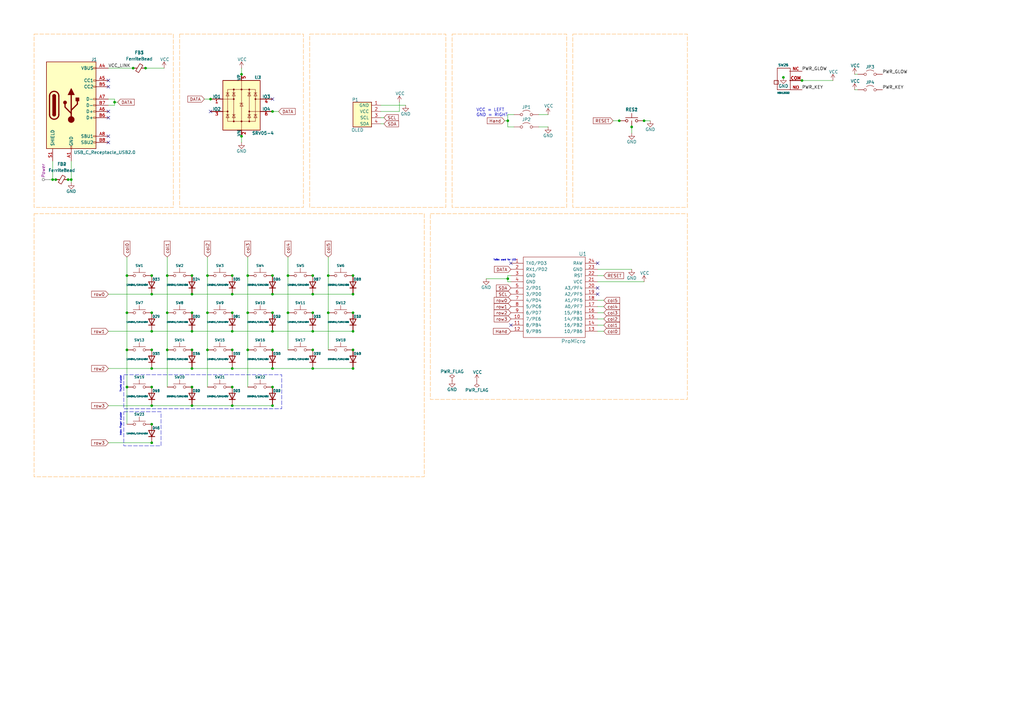
<source format=kicad_sch>
(kicad_sch (version 20231120) (generator "eeschema") (generator_version "8.0")
  (paper "A3")
  (junction (at 128.27 120.65))
  (junction (at 95.25 158.75))
  (junction (at 111.76 166.37))
  (junction (at 78.74 120.65))
  (junction (at 95.25 143.51))
  (junction (at 95.25 166.37))
  (junction (at 264.16 49.53))
  (junction (at 128.27 143.51))
  (junction (at 62.23 120.65))
  (junction (at 27.94 73.66))
  (junction (at 78.74 151.13))
  (junction (at 78.74 143.51))
  (junction (at 85.09 143.51))
  (junction (at 62.23 143.51))
  (junction (at 68.58 128.27))
  (junction (at 101.6 143.51))
  (junction (at 21.59 73.66))
  (junction (at 62.23 151.13))
  (junction (at 208.28 49.53))
  (junction (at 321.31 31.75))
  (junction (at 62.23 158.75))
  (junction (at 134.62 113.03))
  (junction (at 85.09 128.27))
  (junction (at 144.78 135.89))
  (junction (at 95.25 120.65))
  (junction (at 52.07 158.75))
  (junction (at 328.93 33.02))
  (junction (at 128.27 128.27))
  (junction (at 62.23 181.61))
  (junction (at 78.74 166.37))
  (junction (at 59.69 27.94))
  (junction (at 101.6 128.27))
  (junction (at 254 49.53))
  (junction (at 22.86 73.66))
  (junction (at 62.23 113.03))
  (junction (at 111.76 151.13))
  (junction (at 95.25 113.03))
  (junction (at 128.27 135.89))
  (junction (at 54.61 27.94))
  (junction (at 111.76 143.51))
  (junction (at 144.78 143.51))
  (junction (at 29.21 73.66))
  (junction (at 95.25 135.89))
  (junction (at 99.06 55.88))
  (junction (at 68.58 143.51))
  (junction (at 111.76 113.03))
  (junction (at 62.23 173.99))
  (junction (at 85.09 113.03))
  (junction (at 259.08 52.07))
  (junction (at 62.23 128.27))
  (junction (at 118.11 128.27))
  (junction (at 144.78 113.03))
  (junction (at 46.99 41.91))
  (junction (at 99.06 30.48))
  (junction (at 86.36 40.64))
  (junction (at 144.78 128.27))
  (junction (at 128.27 151.13))
  (junction (at 111.76 120.65))
  (junction (at 78.74 128.27))
  (junction (at 62.23 166.37))
  (junction (at 52.07 113.03))
  (junction (at 78.74 158.75))
  (junction (at 111.76 128.27))
  (junction (at 208.28 114.3))
  (junction (at 134.62 128.27))
  (junction (at 144.78 120.65))
  (junction (at 111.76 135.89))
  (junction (at 52.07 143.51))
  (junction (at 101.6 113.03))
  (junction (at 111.76 45.72))
  (junction (at 95.25 151.13))
  (junction (at 111.76 158.75))
  (junction (at 78.74 135.89))
  (junction (at 118.11 113.03))
  (junction (at 144.78 151.13))
  (junction (at 62.23 135.89))
  (junction (at 68.58 113.03))
  (junction (at 78.74 113.03))
  (junction (at 128.27 113.03))
  (junction (at 95.25 128.27))
  (junction (at 52.07 128.27))
  (no_connect (at 209.55 133.35))
  (no_connect (at 44.45 33.02))
  (no_connect (at 44.45 45.72))
  (no_connect (at 44.45 48.26))
  (no_connect (at 111.76 40.64))
  (no_connect (at 44.45 35.56))
  (no_connect (at 245.11 107.95))
  (no_connect (at 44.45 58.42))
  (no_connect (at 86.36 45.72))
  (no_connect (at 209.55 107.95))
  (no_connect (at 44.45 55.88))
  (no_connect (at 245.11 120.65))
  (no_connect (at 245.11 118.11))
  (wire (pts (xy 44.45 166.37) (xy 62.23 166.37)))
  (wire (pts (xy 95.25 120.65) (xy 111.76 120.65)))
  (wire (pts (xy 208.28 115.57) (xy 209.55 115.57)))
  (wire (pts (xy 85.09 143.51) (xy 85.09 158.75)))
  (wire (pts (xy 44.45 135.89) (xy 62.23 135.89)))
  (wire (pts (xy 210.82 46.99) (xy 208.28 46.99)))
  (wire (pts (xy 52.07 158.75) (xy 52.07 173.99)))
  (wire (pts (xy 245.11 125.73) (xy 247.65 125.73)))
  (wire (pts (xy 101.6 105.41) (xy 101.6 113.03)))
  (wire (pts (xy 208.28 52.07) (xy 210.82 52.07)))
  (wire (pts (xy 118.11 105.41) (xy 118.11 113.03)))
  (wire (pts (xy 128.27 120.65) (xy 144.78 120.65)))
  (wire (pts (xy 101.6 143.51) (xy 101.6 158.75)))
  (wire (pts (xy 245.11 123.19) (xy 247.65 123.19)))
  (wire (pts (xy 68.58 128.27) (xy 68.58 143.51)))
  (wire (pts (xy 118.11 128.27) (xy 118.11 143.51)))
  (wire (pts (xy 85.09 128.27) (xy 85.09 143.51)))
  (wire (pts (xy 134.62 113.03) (xy 134.62 128.27)))
  (wire (pts (xy 208.28 114.3) (xy 208.28 115.57)))
  (wire (pts (xy 118.11 113.03) (xy 118.11 128.27)))
  (wire (pts (xy 85.09 113.03) (xy 85.09 128.27)))
  (wire (pts (xy 245.11 133.35) (xy 247.65 133.35)))
  (wire (pts (xy 156.21 48.26) (xy 157.48 48.26)))
  (wire (pts (xy 21.59 73.66) (xy 22.86 73.66)))
  (wire (pts (xy 220.98 52.07) (xy 224.79 52.07)))
  (wire (pts (xy 46.99 41.91) (xy 46.99 43.18)))
  (wire (pts (xy 52.07 105.41) (xy 52.07 113.03)))
  (wire (pts (xy 78.74 135.89) (xy 95.25 135.89)))
  (wire (pts (xy 46.99 41.91) (xy 48.26 41.91)))
  (wire (pts (xy 111.76 120.65) (xy 128.27 120.65)))
  (wire (pts (xy 44.45 181.61) (xy 62.23 181.61)))
  (wire (pts (xy 163.83 41.91) (xy 163.83 45.72)))
  (wire (pts (xy 78.74 151.13) (xy 95.25 151.13)))
  (wire (pts (xy 29.21 66.04) (xy 29.21 73.66)))
  (wire (pts (xy 44.45 43.18) (xy 46.99 43.18)))
  (wire (pts (xy 95.25 166.37) (xy 111.76 166.37)))
  (wire (pts (xy 128.27 135.89) (xy 144.78 135.89)))
  (wire (pts (xy 83.82 40.64) (xy 86.36 40.64)))
  (wire (pts (xy 78.74 166.37) (xy 95.25 166.37)))
  (wire (pts (xy 251.46 49.53) (xy 254 49.53)))
  (wire (pts (xy 27.94 73.66) (xy 29.21 73.66)))
  (wire (pts (xy 264.16 49.53) (xy 266.7 49.53)))
  (wire (pts (xy 62.23 120.65) (xy 78.74 120.65)))
  (wire (pts (xy 62.23 135.89) (xy 78.74 135.89)))
  (wire (pts (xy 52.07 113.03) (xy 52.07 128.27)))
  (wire (pts (xy 95.25 135.89) (xy 111.76 135.89)))
  (wire (pts (xy 44.45 40.64) (xy 46.99 40.64)))
  (wire (pts (xy 52.07 128.27) (xy 52.07 143.51)))
  (wire (pts (xy 245.11 110.49) (xy 259.08 110.49)))
  (wire (pts (xy 68.58 143.51) (xy 68.58 158.75)))
  (wire (pts (xy 111.76 151.13) (xy 128.27 151.13)))
  (wire (pts (xy 208.28 113.03) (xy 208.28 114.3)))
  (wire (pts (xy 95.25 151.13) (xy 111.76 151.13)))
  (wire (pts (xy 68.58 113.03) (xy 68.58 128.27)))
  (wire (pts (xy 245.11 135.89) (xy 247.65 135.89)))
  (wire (pts (xy 29.21 73.66) (xy 29.21 74.93)))
  (wire (pts (xy 207.01 49.53) (xy 208.28 49.53)))
  (wire (pts (xy 245.11 115.57) (xy 264.16 115.57)))
  (wire (pts (xy 208.28 49.53) (xy 208.28 52.07)))
  (wire (pts (xy 208.28 46.99) (xy 208.28 49.53)))
  (wire (pts (xy 220.98 46.99) (xy 224.79 46.99)))
  (wire (pts (xy 78.74 120.65) (xy 95.25 120.65)))
  (wire (pts (xy 245.11 113.03) (xy 247.65 113.03)))
  (wire (pts (xy 156.21 50.8) (xy 157.48 50.8)))
  (wire (pts (xy 245.11 130.81) (xy 247.65 130.81)))
  (wire (pts (xy 111.76 45.72) (xy 114.3 45.72)))
  (wire (pts (xy 68.58 105.41) (xy 68.58 113.03)))
  (wire (pts (xy 134.62 105.41) (xy 134.62 113.03)))
  (wire (pts (xy 209.55 113.03) (xy 208.28 113.03)))
  (wire (pts (xy 101.6 128.27) (xy 101.6 143.51)))
  (wire (pts (xy 99.06 55.88) (xy 99.06 58.42)))
  (wire (pts (xy 62.23 166.37) (xy 78.74 166.37)))
  (wire (pts (xy 128.27 151.13) (xy 144.78 151.13)))
  (wire (pts (xy 44.45 27.94) (xy 54.61 27.94)))
  (wire (pts (xy 134.62 128.27) (xy 134.62 143.51)))
  (wire (pts (xy 20.32 73.66) (xy 21.59 73.66)))
  (wire (pts (xy 259.08 52.07) (xy 259.08 54.61)))
  (wire (pts (xy 44.45 120.65) (xy 62.23 120.65)))
  (wire (pts (xy 85.09 105.41) (xy 85.09 113.03)))
  (wire (pts (xy 156.21 45.72) (xy 163.83 45.72)))
  (wire (pts (xy 52.07 143.51) (xy 52.07 158.75)))
  (wire (pts (xy 328.93 33.02) (xy 341.63 33.02)))
  (wire (pts (xy 199.39 114.3) (xy 208.28 114.3)))
  (wire (pts (xy 21.59 66.04) (xy 21.59 73.66)))
  (wire (pts (xy 99.06 27.94) (xy 99.06 30.48)))
  (wire (pts (xy 101.6 113.03) (xy 101.6 128.27)))
  (wire (pts (xy 350.52 36.83) (xy 351.79 36.83)))
  (wire (pts (xy 44.45 151.13) (xy 62.23 151.13)))
  (wire (pts (xy 350.52 30.48) (xy 351.79 30.48)))
  (wire (pts (xy 46.99 40.64) (xy 46.99 41.91)))
  (wire (pts (xy 156.21 43.18) (xy 166.37 43.18)))
  (wire (pts (xy 111.76 135.89) (xy 128.27 135.89)))
  (wire (pts (xy 62.23 151.13) (xy 78.74 151.13)))
  (wire (pts (xy 245.11 128.27) (xy 247.65 128.27)))
  (wire (pts (xy 59.69 27.94) (xy 67.31 27.94)))
  (rectangle (start 234.95 13.97) (end 281.94 85.09) (stroke (width 0) (type dash) (color 255 166 62 1)))
  (rectangle (start 13.97 87.63) (end 173.99 195.58) (stroke (width 0) (type dash) (color 255 166 62 1)))
  (rectangle (start 176.53 87.63) (end 281.94 163.83) (stroke (width 0) (type dash) (color 255 166 62 1)))
  (rectangle (start 127 13.97) (end 182.88 85.09) (stroke (width 0) (type dash) (color 255 166 62 1)))
  (rectangle (start 13.97 13.97) (end 71.12 85.09) (stroke (width 0) (type dash) (color 255 166 62 1)))
  (rectangle (start 50.8 153.67) (end 115.57 167.64) (stroke (width 0) (type dash)))
  (rectangle (start 50.8 168.91) (end 66.04 182.88) (stroke (width 0) (type dash)))
  (rectangle (start 185.42 13.97) (end 232.41 85.09) (stroke (width 0) (type dash) (color 255 166 62 1)))
  (rectangle (start 73.66 13.97) (end 124.46 85.09) (stroke (width 0) (type dash) (color 255 166 62 1)))
  (text "VCC = LEFT\nGND = RIGHT" (at 195.326 46.228 0) (effects (font (size 1.27 1.27)) (justify left)))
  (text "ToBe: used for LED" (at 207.01 106.68 0) (effects (font (size 0.635 0.635))))
  (text "Index finger cluster" (at 49.53 173.99 90) (effects (font (size 0.635 0.635))))
  (text "Thumb cluster" (at 49.53 157.48 90) (effects (font (size 0.635 0.635))))
  (label "PWR_KEY" (at 328.93 36.83 0))
  (label "PWR_GLOW" (at 328.93 29.21 0))
  (label "PWR_GLOW" (at 361.95 30.48 0))
  (label "VCC_LINK" (at 44.45 27.94 0))
  (label "PWR_KEY" (at 361.95 36.83 0))
  (global_label "row3" (shape input) (at 44.45 181.61 180) (property "Intersheetrefs" "${INTERSHEET_REFS}" (effects (hide yes))))
  (global_label "col0" (shape input) (at 247.65 135.89 0) (property "Intersheetrefs" "${INTERSHEET_REFS}" (effects (hide yes))))
  (global_label "row1" (shape input) (at 44.45 135.89 180) (property "Intersheetrefs" "${INTERSHEET_REFS}" (effects (hide yes))))
  (global_label "col1" (shape input) (at 247.65 133.35 0) (property "Intersheetrefs" "${INTERSHEET_REFS}" (effects (hide yes))))
  (global_label "SDA" (shape input) (at 157.48 50.8 0) (property "Intersheetrefs" "${INTERSHEET_REFS}" (effects (hide yes))))
  (global_label "col3" (shape input) (at 101.6 105.41 90) (property "Intersheetrefs" "${INTERSHEET_REFS}" (effects (hide yes))))
  (global_label "col4" (shape input) (at 247.65 125.73 0) (property "Intersheetrefs" "${INTERSHEET_REFS}" (effects (hide yes))))
  (global_label "DATA" (shape input) (at 48.26 41.91 0) (property "Intersheetrefs" "${INTERSHEET_REFS}" (effects (hide yes))))
  (global_label "row3" (shape input) (at 44.45 166.37 180) (property "Intersheetrefs" "${INTERSHEET_REFS}" (effects (hide yes))))
  (global_label "SDA" (shape input) (at 209.55 118.11 180) (property "Intersheetrefs" "${INTERSHEET_REFS}" (effects (hide yes))))
  (global_label "col3" (shape input) (at 247.65 128.27 0) (property "Intersheetrefs" "${INTERSHEET_REFS}" (effects (hide yes))))
  (global_label "col1" (shape input) (at 68.58 105.41 90) (property "Intersheetrefs" "${INTERSHEET_REFS}" (effects (hide yes))))
  (global_label "Hand" (shape input) (at 209.55 135.89 180) (property "Intersheetrefs" "${INTERSHEET_REFS}" (effects (hide yes))))
  (global_label "DATA" (shape input) (at 209.55 110.49 180) (property "Intersheetrefs" "${INTERSHEET_REFS}" (effects (hide yes))))
  (global_label "Hand" (shape input) (at 207.01 49.53 180) (property "Intersheetrefs" "${INTERSHEET_REFS}" (effects (hide yes))))
  (global_label "row2" (shape input) (at 209.55 128.27 180) (property "Intersheetrefs" "${INTERSHEET_REFS}" (effects (hide yes))))
  (global_label "row3" (shape input) (at 209.55 130.81 180) (property "Intersheetrefs" "${INTERSHEET_REFS}" (effects (hide yes))))
  (global_label "row1" (shape input) (at 209.55 125.73 180) (property "Intersheetrefs" "${INTERSHEET_REFS}" (effects (hide yes))))
  (global_label "row0" (shape input) (at 44.45 120.65 180) (property "Intersheetrefs" "${INTERSHEET_REFS}" (effects (hide yes))))
  (global_label "RESET" (shape input) (at 247.65 113.03 0) (property "Intersheetrefs" "${INTERSHEET_REFS}" (effects (hide yes))))
  (global_label "DATA" (shape input) (at 83.82 40.64 180) (property "Intersheetrefs" "${INTERSHEET_REFS}" (effects (hide yes))))
  (global_label "col4" (shape input) (at 118.11 105.41 90) (property "Intersheetrefs" "${INTERSHEET_REFS}" (effects (hide yes))))
  (global_label "SCL" (shape input) (at 157.48 48.26 0) (property "Intersheetrefs" "${INTERSHEET_REFS}" (effects (hide yes))))
  (global_label "col0" (shape input) (at 52.07 105.41 90) (property "Intersheetrefs" "${INTERSHEET_REFS}" (effects (hide yes))))
  (global_label "col2" (shape input) (at 247.65 130.81 0) (property "Intersheetrefs" "${INTERSHEET_REFS}" (effects (hide yes))))
  (global_label "RESET" (shape input) (at 251.46 49.53 180) (property "Intersheetrefs" "${INTERSHEET_REFS}" (effects (hide yes))))
  (global_label "col2" (shape input) (at 85.09 105.41 90) (property "Intersheetrefs" "${INTERSHEET_REFS}" (effects (hide yes))))
  (global_label "DATA" (shape input) (at 114.3 45.72 0) (property "Intersheetrefs" "${INTERSHEET_REFS}" (effects (hide yes))))
  (global_label "row0" (shape input) (at 209.55 123.19 180) (property "Intersheetrefs" "${INTERSHEET_REFS}" (effects (hide yes))))
  (global_label "row2" (shape input) (at 44.45 151.13 180) (property "Intersheetrefs" "${INTERSHEET_REFS}" (effects (hide yes))))
  (global_label "col5" (shape input) (at 134.62 105.41 90) (property "Intersheetrefs" "${INTERSHEET_REFS}" (effects (hide yes))))
  (global_label "SCL" (shape input) (at 209.55 120.65 180) (property "Intersheetrefs" "${INTERSHEET_REFS}" (effects (hide yes))))
  (global_label "col5" (shape input) (at 247.65 123.19 0) (property "Intersheetrefs" "${INTERSHEET_REFS}" (effects (hide yes))))
  (netclass_flag "" (length 2.54) (shape round) (at 20.32 73.66 90) (property "Netclass" "Power" (at 17.78 72.9615 90) (effects (font (italic yes)) (justify left))))
  (symbol (lib_id "power:GND") (at 166.37 43.18 0) (unit 1)
    (property "Reference" "#PWR08" (effects (hide yes)))
    (property "Value" "GND" (at 166.37 46.736 0))
    (property "Description" "Power symbol creates a global label with name \"GND\" , ground" (effects (hide yes)))
  )
  (symbol (lib_id "power:GND") (at 99.06 58.42 0) (unit 1)
    (property "Reference" "#PWR012" (effects (hide yes)))
    (property "Value" "GND" (at 99.06 61.976 0))
    (property "Description" "Power symbol creates a global label with name \"GND\" , ground" (effects (hide yes)))
  )
  (symbol (lib_id "Device:D") (at 62.23 177.8 90) (unit 1)
    (property "Reference" "D46" (at 62.484 175.514 90) (effects (font (size 1.016 1.016)) (justify right)))
    (property "Value" "1N4841/1N4148W" (at 51.816 177.8 90) (effects (font (size 0.635 0.635)) (justify right)))
    (property "Footprint" "SplitKeyboard_Common:Diode_DO35_SOD123_Hybrid" (effects (hide yes)))
    (property "Description" "Diode" (effects (hide yes)))
    (property "Sim.Device" "D" (effects (hide yes)))
    (property "Sim.Pins" "1=K 2=A" (effects (hide yes)))
  )
  (symbol (lib_id "Switch:SW_Push") (at 123.19 143.51 0) (unit 1)
    (property "Reference" "SW17" (at 123.19 139.446 0) (effects (font (size 1.016 1.016))))
    (property "Value" "MXHS" (effects (hide yes)))
    (property "Footprint" "SplitKeyboard_Common:SW_MX_HotSwap_Reversible" (effects (hide yes)))
    (property "Description" "Push button switch, generic, two pins" (effects (hide yes)))
  )
  (symbol (lib_id "Switch:SW_Push") (at 73.66 128.27 0) (unit 1)
    (property "Reference" "SW8" (at 73.66 124.206 0) (effects (font (size 1.016 1.016))))
    (property "Value" "MXHS" (effects (hide yes)))
    (property "Footprint" "SplitKeyboard_Common:SW_MX_HotSwap_Reversible" (effects (hide yes)))
    (property "Description" "Push button switch, generic, two pins" (effects (hide yes)))
  )
  (symbol (lib_id "power:GND") (at 266.7 49.53 0) (unit 1)
    (property "Reference" "#PWR07" (effects (hide yes)))
    (property "Value" "GND" (at 266.7 53.086 0))
    (property "Description" "Power symbol creates a global label with name \"GND\" , ground" (effects (hide yes)))
  )
  (symbol (lib_id "Device:D") (at 111.76 147.32 90) (unit 1)
    (property "Reference" "D38" (at 112.014 145.034 90) (effects (font (size 1.016 1.016)) (justify right)))
    (property "Value" "1N4841/1N4148W" (at 101.346 147.32 90) (effects (font (size 0.635 0.635)) (justify right)))
    (property "Footprint" "SplitKeyboard_Common:Diode_DO35_SOD123_Hybrid" (effects (hide yes)))
    (property "Description" "Diode" (effects (hide yes)))
    (property "Sim.Device" "D" (effects (hide yes)))
    (property "Sim.Pins" "1=K 2=A" (effects (hide yes)))
  )
  (symbol (lib_id "Switch:SW_Push") (at 139.7 143.51 0) (unit 1)
    (property "Reference" "SW18" (at 139.7 139.446 0) (effects (font (size 1.016 1.016))))
    (property "Value" "MXHS" (effects (hide yes)))
    (property "Footprint" "SplitKeyboard_Common:SW_MX_HotSwap_Reversible" (effects (hide yes)))
    (property "Description" "Push button switch, generic, two pins" (effects (hide yes)))
  )
  (symbol (lib_id "power:GND") (at 259.08 54.61 0) (unit 1)
    (property "Reference" "#PWR06" (effects (hide yes)))
    (property "Value" "GND" (at 259.08 58.166 0))
    (property "Description" "Power symbol creates a global label with name \"GND\" , ground" (effects (hide yes)))
  )
  (symbol (lib_id "Device:D") (at 78.74 147.32 90) (unit 1)
    (property "Reference" "D36" (at 78.994 145.034 90) (effects (font (size 1.016 1.016)) (justify right)))
    (property "Value" "1N4841/1N4148W" (at 68.326 147.32 90) (effects (font (size 0.635 0.635)) (justify right)))
    (property "Footprint" "SplitKeyboard_Common:Diode_DO35_SOD123_Hybrid" (effects (hide yes)))
    (property "Description" "Diode" (effects (hide yes)))
    (property "Sim.Device" "D" (effects (hide yes)))
    (property "Sim.Pins" "1=K 2=A" (effects (hide yes)))
  )
  (symbol (lib_id "Device:D") (at 111.76 162.56 90) (unit 1)
    (property "Reference" "D44" (at 112.014 160.274 90) (effects (font (size 1.016 1.016)) (justify right)))
    (property "Value" "1N4841/1N4148W" (at 101.346 162.56 90) (effects (font (size 0.635 0.635)) (justify right)))
    (property "Footprint" "SplitKeyboard_Common:Diode_DO35_SOD123_Hybrid" (effects (hide yes)))
    (property "Description" "Diode" (effects (hide yes)))
    (property "Sim.Device" "D" (effects (hide yes)))
    (property "Sim.Pins" "1=K 2=A" (effects (hide yes)))
  )
  (symbol (lib_id "Device:D") (at 95.25 162.56 90) (unit 1)
    (property "Reference" "D21" (at 95.504 160.274 90) (effects (font (size 1.016 1.016)) (justify right)))
    (property "Value" "1N4841/1N4148W" (at 84.836 162.56 90) (effects (font (size 0.635 0.635)) (justify right)))
    (property "Footprint" "SplitKeyboard_Common:Diode_DO35_SOD123_Hybrid" (effects (hide yes)))
    (property "Description" "Diode" (effects (hide yes)))
    (property "Sim.Device" "D" (effects (hide yes)))
    (property "Sim.Pins" "1=K 2=A" (effects (hide yes)))
  )
  (symbol (lib_id "SplitKeyboard_Common:USB_C_Receptacle_USB2.0") (at 29.21 43.18 0) (unit 1)
    (property "Reference" "J1" (at 38.608 24.384 0))
    (property "Value" "USB_C_Receptacle_USB2.0" (at 42.926 62.484 0))
    (property "Footprint" "SplitKeyboard_Common:HRO-TYPE-C-31-M-13x_DOUBLESIDED_Molex-216990_GCT-USB45xx" (effects (hide yes)))
    (property "LCSC" "C963373" (effects (hide yes)))
  )
  (symbol (lib_id "Device:D") (at 128.27 132.08 90) (unit 1)
    (property "Reference" "D33" (at 128.524 129.794 90) (effects (font (size 1.016 1.016)) (justify right)))
    (property "Value" "1N4841/1N4148W" (at 117.856 132.08 90) (effects (font (size 0.635 0.635)) (justify right)))
    (property "Footprint" "SplitKeyboard_Common:Diode_DO35_SOD123_Hybrid" (effects (hide yes)))
    (property "Description" "Diode" (effects (hide yes)))
    (property "Sim.Device" "D" (effects (hide yes)))
    (property "Sim.Pins" "1=K 2=A" (effects (hide yes)))
  )
  (symbol (lib_id "Switch:SW_Push") (at 106.68 113.03 0) (unit 1)
    (property "Reference" "SW4" (at 106.68 108.966 0) (effects (font (size 1.016 1.016))))
    (property "Value" "MXHS" (effects (hide yes)))
    (property "Footprint" "SplitKeyboard_Common:SW_MX_HotSwap_Reversible" (effects (hide yes)))
    (property "Description" "Push button switch, generic, two pins" (effects (hide yes)))
  )
  (symbol (lib_id "Switch:SW_Push") (at 90.17 158.75 0) (unit 1)
    (property "Reference" "SW21" (at 90.17 154.686 0) (effects (font (size 1.016 1.016))))
    (property "Value" "MXHS" (effects (hide yes)))
    (property "Footprint" "SplitKeyboard_Common:SW_MX_HotSwap_Reversible" (effects (hide yes)))
    (property "Description" "Push button switch, generic, two pins" (effects (hide yes)))
  )
  (symbol (lib_id "Jumper:Jumper_2_Open") (at 215.9 52.07 0) (unit 1) (exclude_from_sim yes)
    (property "Reference" "JP2" (at 215.9 49.022 0))
    (property "Value" "Jumper_2_Open" (effects (hide yes)))
    (property "Footprint" "SplitKeyboard_Common:Jumper_min_v2" (effects (hide yes)))
    (property "Description" "Jumper, 2-pole, open" (effects (hide yes)))
  )
  (symbol (lib_id "SplitKeyboard_Common:OLED_4pin") (at 151.13 45.72 0) (mirror y) (unit 1)
    (property "Reference" "P1" (at 147.066 40.894 0) (effects (justify left)))
    (property "Value" "OLED" (at 149.098 53.34 0) (effects (justify left)))
    (property "Footprint" "SplitKeyboard_Common:SSD1306-0.91-OLED-4pin-128x32_DOUBLESIDED" (effects (hide yes)))
  )
  (symbol (lib_id "power:PWR_FLAG") (at 185.42 156.21 0) (unit 1)
    (property "Reference" "#FLG01" (effects (hide yes)))
    (property "Value" "PWR_FLAG" (at 185.42 152.4 0))
    (property "Description" "Special symbol for telling ERC where power comes from" (effects (hide yes)))
  )
  (symbol (lib_id "Switch:SW_Push") (at 90.17 143.51 0) (unit 1)
    (property "Reference" "SW15" (at 90.17 139.446 0) (effects (font (size 1.016 1.016))))
    (property "Value" "MXHS" (effects (hide yes)))
    (property "Footprint" "SplitKeyboard_Common:SW_MX_HotSwap_Reversible" (effects (hide yes)))
    (property "Description" "Push button switch, generic, two pins" (effects (hide yes)))
  )
  (symbol (lib_id "power:GND") (at 29.21 74.93 0) (unit 1)
    (property "Reference" "#PWR011" (effects (hide yes)))
    (property "Value" "GND" (at 29.21 78.486 0))
    (property "Description" "Power symbol creates a global label with name \"GND\" , ground" (effects (hide yes)))
  )
  (symbol (lib_id "SplitKeyboard_Common:MSK12C02") (at 321.31 31.75 0) (unit 1)
    (property "Reference" "SW25" (at 321.31 26.67 0) (effects (font (size 1.016 1.016))))
    (property "Value" "MSK12C02" (at 321.31 38.1 0) (effects (font (size 0.635 0.635))))
    (property "Footprint" "SplitKeyboard_Common:MSK12C02" (effects (hide yes)))
    (property "LCSC" "C431540" (effects (hide yes)))
  )
  (symbol (lib_id "Device:D") (at 62.23 162.56 90) (unit 1)
    (property "Reference" "D19" (at 62.484 160.274 90) (effects (font (size 1.016 1.016)) (justify right)))
    (property "Value" "1N4841/1N4148W" (at 51.816 162.56 90) (effects (font (size 0.635 0.635)) (justify right)))
    (property "Footprint" "SplitKeyboard_Common:Diode_DO35_SOD123_Hybrid" (effects (hide yes)))
    (property "Description" "Diode" (effects (hide yes)))
    (property "Sim.Device" "D" (effects (hide yes)))
    (property "Sim.Pins" "1=K 2=A" (effects (hide yes)))
  )
  (symbol (lib_id "Device:D") (at 95.25 147.32 90) (unit 1)
    (property "Reference" "D15" (at 95.504 145.034 90) (effects (font (size 1.016 1.016)) (justify right)))
    (property "Value" "1N4841/1N4148W" (at 84.836 147.32 90) (effects (font (size 0.635 0.635)) (justify right)))
    (property "Footprint" "SplitKeyboard_Common:Diode_DO35_SOD123_Hybrid" (effects (hide yes)))
    (property "Description" "Diode" (effects (hide yes)))
    (property "Sim.Device" "D" (effects (hide yes)))
    (property "Sim.Pins" "1=K 2=A" (effects (hide yes)))
  )
  (symbol (lib_id "SplitKeyboard_Common:MSK12C02") (at 321.31 31.75 0) (unit 1)
    (property "Reference" "SW24" (at 321.31 26.67 0) (effects (font (size 1.016 1.016))))
    (property "Value" "MSK12C02" (at 321.31 38.1 0) (effects (font (size 0.635 0.635))))
    (property "Footprint" "SplitKeyboard_Common:MSK12C02" (effects (hide yes)))
    (property "LCSC" "C431540" (effects (hide yes)))
  )
  (symbol (lib_id "Device:D") (at 78.74 116.84 90) (unit 1)
    (property "Reference" "D2" (at 78.994 114.554 90) (effects (font (size 1.016 1.016)) (justify right)))
    (property "Value" "1N4841/1N4148W" (at 68.326 116.84 90) (effects (font (size 0.635 0.635)) (justify right)))
    (property "Footprint" "SplitKeyboard_Common:Diode_DO35_SOD123_Hybrid" (effects (hide yes)))
    (property "Description" "Diode" (effects (hide yes)))
    (property "Sim.Device" "D" (effects (hide yes)))
    (property "Sim.Pins" "1=K 2=A" (effects (hide yes)))
  )
  (symbol (lib_id "power:VCC") (at 350.52 36.83 0) (unit 1)
    (property "Reference" "#PWR019" (effects (hide yes)))
    (property "Value" "VCC" (at 350.774 33.274 0))
    (property "Description" "Power symbol creates a global label with name \"VCC\"" (effects (hide yes)))
  )
  (symbol (lib_id "power:PWR_FLAG") (at 195.58 156.21 180) (unit 1)
    (property "Reference" "#FLG02" (effects (hide yes)))
    (property "Value" "PWR_FLAG" (at 195.58 160.02 0))
    (property "Description" "Special symbol for telling ERC where power comes from" (effects (hide yes)))
  )
  (symbol (lib_id "Device:D") (at 62.23 147.32 90) (unit 1)
    (property "Reference" "D13" (at 62.484 145.034 90) (effects (font (size 1.016 1.016)) (justify right)))
    (property "Value" "1N4841/1N4148W" (at 51.816 147.32 90) (effects (font (size 0.635 0.635)) (justify right)))
    (property "Footprint" "SplitKeyboard_Common:Diode_DO35_SOD123_Hybrid" (effects (hide yes)))
    (property "Description" "Diode" (effects (hide yes)))
    (property "Sim.Device" "D" (effects (hide yes)))
    (property "Sim.Pins" "1=K 2=A" (effects (hide yes)))
  )
  (symbol (lib_id "SplitKeyboard_Common:ProMicro_Jumpers_v2") (at 227.33 121.92 0) (unit 1)
    (property "Reference" "U1" (at 239.014 104.14 0) (effects (font (size 1.524 1.524))))
    (property "Value" "ProMicro" (at 235.204 139.954 0) (effects (font (size 1.524 1.524))))
    (property "Footprint" "SplitKeyboard_Common:ProMicro_Jumpers_V2" (effects (hide yes)))
  )
  (symbol (lib_id "Power_Protection:SRV05-4") (at 99.06 43.18 0) (unit 1)
    (property "Reference" "U3" (at 104.394 31.75 0) (effects (justify left)))
    (property "Value" "SRV05-4" (at 103.378 54.61 0) (effects (justify left)))
    (property "Footprint" "Package_TO_SOT_SMD:SOT-23-6" (effects (hide yes)))
    (property "Datasheet" "http://www.onsemi.com/pub/Collateral/SRV05-4-D.PDF" (effects (hide yes)))
    (property "Description" "ESD Protection Diodes with Low Clamping Voltage, SOT-23-6" (effects (hide yes)))
  )
  (symbol (lib_id "Device:D") (at 111.76 162.56 90) (unit 1)
    (property "Reference" "D22" (at 112.014 160.274 90) (effects (font (size 1.016 1.016)) (justify right)))
    (property "Value" "1N4841/1N4148W" (at 101.346 162.56 90) (effects (font (size 0.635 0.635)) (justify right)))
    (property "Footprint" "SplitKeyboard_Common:Diode_DO35_SOD123_Hybrid" (effects (hide yes)))
    (property "Description" "Diode" (effects (hide yes)))
    (property "Sim.Device" "D" (effects (hide yes)))
    (property "Sim.Pins" "1=K 2=A" (effects (hide yes)))
  )
  (symbol (lib_id "Device:D") (at 144.78 147.32 90) (unit 1)
    (property "Reference" "D18" (at 145.034 145.034 90) (effects (font (size 1.016 1.016)) (justify right)))
    (property "Value" "1N4841/1N4148W" (at 134.366 147.32 90) (effects (font (size 0.635 0.635)) (justify right)))
    (property "Footprint" "SplitKeyboard_Common:Diode_DO35_SOD123_Hybrid" (effects (hide yes)))
    (property "Description" "Diode" (effects (hide yes)))
    (property "Sim.Device" "D" (effects (hide yes)))
    (property "Sim.Pins" "1=K 2=A" (effects (hide yes)))
  )
  (symbol (lib_id "Switch:SW_Push") (at 73.66 113.03 0) (unit 1)
    (property "Reference" "SW2" (at 73.66 108.966 0) (effects (font (size 1.016 1.016))))
    (property "Value" "MXHS" (effects (hide yes)))
    (property "Footprint" "SplitKeyboard_Common:SW_MX_HotSwap_Reversible" (effects (hide yes)))
    (property "Description" "Push button switch, generic, two pins" (effects (hide yes)))
  )
  (symbol (lib_id "Device:D") (at 95.25 116.84 90) (unit 1)
    (property "Reference" "D25" (at 95.504 114.554 90) (effects (font (size 1.016 1.016)) (justify right)))
    (property "Value" "1N4841/1N4148W" (at 84.836 116.84 90) (effects (font (size 0.635 0.635)) (justify right)))
    (property "Footprint" "SplitKeyboard_Common:Diode_DO35_SOD123_Hybrid" (effects (hide yes)))
    (property "Description" "Diode" (effects (hide yes)))
    (property "Sim.Device" "D" (effects (hide yes)))
    (property "Sim.Pins" "1=K 2=A" (effects (hide yes)))
  )
  (symbol (lib_id "Device:D") (at 78.74 147.32 90) (unit 1)
    (property "Reference" "D14" (at 78.994 145.034 90) (effects (font (size 1.016 1.016)) (justify right)))
    (property "Value" "1N4841/1N4148W" (at 68.326 147.32 90) (effects (font (size 0.635 0.635)) (justify right)))
    (property "Footprint" "SplitKeyboard_Common:Diode_DO35_SOD123_Hybrid" (effects (hide yes)))
    (property "Description" "Diode" (effects (hide yes)))
    (property "Sim.Device" "D" (effects (hide yes)))
    (property "Sim.Pins" "1=K 2=A" (effects (hide yes)))
  )
  (symbol (lib_id "power:VCC") (at 350.52 30.48 0) (unit 1)
    (property "Reference" "#PWR018" (effects (hide yes)))
    (property "Value" "VCC" (at 350.774 26.924 0))
    (property "Description" "Power symbol creates a global label with name \"VCC\"" (effects (hide yes)))
  )
  (symbol (lib_id "power:VCC") (at 195.58 156.21 0) (unit 1)
    (property "Reference" "#PWR015" (effects (hide yes)))
    (property "Value" "VCC" (at 195.834 152.654 0))
    (property "Description" "Power symbol creates a global label with name \"VCC\"" (effects (hide yes)))
  )
  (symbol (lib_id "Device:D") (at 144.78 132.08 90) (unit 1)
    (property "Reference" "D12" (at 145.034 129.794 90) (effects (font (size 1.016 1.016)) (justify right)))
    (property "Value" "1N4841/1N4148W" (at 134.366 132.08 90) (effects (font (size 0.635 0.635)) (justify right)))
    (property "Footprint" "SplitKeyboard_Common:Diode_DO35_SOD123_Hybrid" (effects (hide yes)))
    (property "Description" "Diode" (effects (hide yes)))
    (property "Sim.Device" "D" (effects (hide yes)))
    (property "Sim.Pins" "1=K 2=A" (effects (hide yes)))
  )
  (symbol (lib_id "power:VCC") (at 224.79 46.99 0) (unit 1)
    (property "Reference" "#PWR04" (effects (hide yes)))
    (property "Value" "VCC" (at 225.044 43.434 0))
    (property "Description" "Power symbol creates a global label with name \"VCC\"" (effects (hide yes)))
  )
  (symbol (lib_id "Device:FerriteBead_Small") (at 57.15 27.94 90) (unit 1)
    (property "Reference" "FB1" (at 57.1119 21.59 90))
    (property "Value" "FerriteBead" (at 57.1119 24.13 90))
    (property "Footprint" "Capacitor_SMD:C_0603_1608Metric_Pad1.08x0.95mm_HandSolder" (effects (hide yes)))
    (property "Description" "Ferrite bead, small symbol" (effects (hide yes)))
  )
  (symbol (lib_id "Device:D") (at 78.74 132.08 90) (unit 1)
    (property "Reference" "D30" (at 78.994 129.794 90) (effects (font (size 1.016 1.016)) (justify right)))
    (property "Value" "1N4841/1N4148W" (at 68.326 132.08 90) (effects (font (size 0.635 0.635)) (justify right)))
    (property "Footprint" "SplitKeyboard_Common:Diode_DO35_SOD123_Hybrid" (effects (hide yes)))
    (property "Description" "Diode" (effects (hide yes)))
    (property "Sim.Device" "D" (effects (hide yes)))
    (property "Sim.Pins" "1=K 2=A" (effects (hide yes)))
  )
  (symbol (lib_id "Switch:SW_Push") (at 139.7 113.03 0) (unit 1)
    (property "Reference" "SW6" (at 139.7 108.966 0) (effects (font (size 1.016 1.016))))
    (property "Value" "MXHS" (effects (hide yes)))
    (property "Footprint" "SplitKeyboard_Common:SW_MX_HotSwap_Reversible" (effects (hide yes)))
    (property "Description" "Push button switch, generic, two pins" (effects (hide yes)))
  )
  (symbol (lib_id "Switch:SW_Push") (at 57.15 128.27 0) (unit 1)
    (property "Reference" "SW7" (at 57.15 124.206 0) (effects (font (size 1.016 1.016))))
    (property "Value" "MXHS" (effects (hide yes)))
    (property "Footprint" "SplitKeyboard_Common:SW_MX_HotSwap_Reversible" (effects (hide yes)))
    (property "Description" "Push button switch, generic, two pins" (effects (hide yes)))
  )
  (symbol (lib_id "Device:FerriteBead_Small") (at 57.15 27.94 90) (unit 1)
    (property "Reference" "FB3" (at 57.1119 21.59 90))
    (property "Value" "FerriteBead" (at 57.1119 24.13 90))
    (property "Footprint" "Capacitor_SMD:C_0603_1608Metric_Pad1.08x0.95mm_HandSolder" (effects (hide yes)))
    (property "Description" "Ferrite bead, small symbol" (effects (hide yes)))
  )
  (symbol (lib_id "power:VCC") (at 264.16 115.57 0) (unit 1)
    (property "Reference" "#PWR03" (effects (hide yes)))
    (property "Value" "VCC" (at 264.414 112.014 0))
    (property "Description" "Power symbol creates a global label with name \"VCC\"" (effects (hide yes)))
  )
  (symbol (lib_id "power:VCC") (at 99.06 27.94 0) (unit 1)
    (property "Reference" "#PWR013" (effects (hide yes)))
    (property "Value" "VCC" (at 99.314 24.384 0))
    (property "Description" "Power symbol creates a global label with name \"VCC\"" (effects (hide yes)))
  )
  (symbol (lib_id "Switch:SW_Push") (at 123.19 113.03 0) (unit 1)
    (property "Reference" "SW5" (at 123.19 108.966 0) (effects (font (size 1.016 1.016))))
    (property "Value" "MXHS" (effects (hide yes)))
    (property "Footprint" "SplitKeyboard_Common:SW_MX_HotSwap_Reversible" (effects (hide yes)))
    (property "Description" "Push button switch, generic, two pins" (effects (hide yes)))
  )
  (symbol (lib_id "Switch:SW_Push") (at 57.15 158.75 0) (unit 1)
    (property "Reference" "SW19" (at 57.15 154.686 0) (effects (font (size 1.016 1.016))))
    (property "Value" "MXHS" (effects (hide yes)))
    (property "Footprint" "SplitKeyboard_Common:SW_MX_HotSwap_Reversible" (effects (hide yes)))
    (property "Description" "Push button switch, generic, two pins" (effects (hide yes)))
  )
  (symbol (lib_id "Power_Protection:SRV05-4") (at 99.06 43.18 0) (unit 1)
    (property "Reference" "U2" (at 104.394 31.75 0) (effects (justify left)))
    (property "Value" "SRV05-4" (at 103.378 54.61 0) (effects (justify left)))
    (property "Footprint" "Package_TO_SOT_SMD:SOT-23-6" (effects (hide yes)))
    (property "Datasheet" "http://www.onsemi.com/pub/Collateral/SRV05-4-D.PDF" (effects (hide yes)))
    (property "Description" "ESD Protection Diodes with Low Clamping Voltage, SOT-23-6" (effects (hide yes)))
  )
  (symbol (lib_id "Switch:SW_Push") (at 123.19 128.27 0) (unit 1)
    (property "Reference" "SW11" (at 123.19 124.206 0) (effects (font (size 1.016 1.016))))
    (property "Value" "MXHS" (effects (hide yes)))
    (property "Footprint" "SplitKeyboard_Common:SW_MX_HotSwap_Reversible" (effects (hide yes)))
    (property "Description" "Push button switch, generic, two pins" (effects (hide yes)))
  )
  (symbol (lib_id "Device:D") (at 128.27 132.08 90) (unit 1)
    (property "Reference" "D11" (at 128.524 129.794 90) (effects (font (size 1.016 1.016)) (justify right)))
    (property "Value" "1N4841/1N4148W" (at 117.856 132.08 90) (effects (font (size 0.635 0.635)) (justify right)))
    (property "Footprint" "SplitKeyboard_Common:Diode_DO35_SOD123_Hybrid" (effects (hide yes)))
    (property "Description" "Diode" (effects (hide yes)))
    (property "Sim.Device" "D" (effects (hide yes)))
    (property "Sim.Pins" "1=K 2=A" (effects (hide yes)))
  )
  (symbol (lib_id "power:VCC") (at 67.31 27.94 0) (unit 1)
    (property "Reference" "#PWR010" (effects (hide yes)))
    (property "Value" "VCC" (at 67.564 24.384 0))
    (property "Description" "Power symbol creates a global label with name \"VCC\"" (effects (hide yes)))
  )
  (symbol (lib_id "Jumper:Jumper_2_Open") (at 356.87 36.83 0) (unit 1) (exclude_from_sim yes)
    (property "Reference" "JP4" (at 356.87 33.782 0))
    (property "Value" "Jumper_2_Open" (effects (hide yes)))
    (property "Footprint" "SplitKeyboard_Common:Jumper_min_v2" (effects (hide yes)))
    (property "Description" "Jumper, 2-pole, open" (effects (hide yes)))
  )
  (symbol (lib_id "Device:D") (at 144.78 116.84 90) (unit 1)
    (property "Reference" "D6" (at 145.034 114.554 90) (effects (font (size 1.016 1.016)) (justify right)))
    (property "Value" "1N4841/1N4148W" (at 134.366 116.84 90) (effects (font (size 0.635 0.635)) (justify right)))
    (property "Footprint" "SplitKeyboard_Common:Diode_DO35_SOD123_Hybrid" (effects (hide yes)))
    (property "Description" "Diode" (effects (hide yes)))
    (property "Sim.Device" "D" (effects (hide yes)))
    (property "Sim.Pins" "1=K 2=A" (effects (hide yes)))
  )
  (symbol (lib_id "Device:D") (at 95.25 132.08 90) (unit 1)
    (property "Reference" "D31" (at 95.504 129.794 90) (effects (font (size 1.016 1.016)) (justify right)))
    (property "Value" "1N4841/1N4148W" (at 84.836 132.08 90) (effects (font (size 0.635 0.635)) (justify right)))
    (property "Footprint" "SplitKeyboard_Common:Diode_DO35_SOD123_Hybrid" (effects (hide yes)))
    (property "Description" "Diode" (effects (hide yes)))
    (property "Sim.Device" "D" (effects (hide yes)))
    (property "Sim.Pins" "1=K 2=A" (effects (hide yes)))
  )
  (symbol (lib_id "Jumper:Jumper_2_Open") (at 356.87 30.48 0) (unit 1) (exclude_from_sim yes)
    (property "Reference" "JP3" (at 356.87 27.432 0))
    (property "Value" "Jumper_2_Open" (effects (hide yes)))
    (property "Footprint" "SplitKeyboard_Common:Jumper_min_v2" (effects (hide yes)))
    (property "Description" "Jumper, 2-pole, open" (effects (hide yes)))
  )
  (symbol (lib_id "power:VCC") (at 341.63 33.02 0) (unit 1)
    (property "Reference" "#PWR017" (effects (hide yes)))
    (property "Value" "VCC" (at 341.884 29.464 0))
    (property "Description" "Power symbol creates a global label with name \"VCC\"" (effects (hide yes)))
  )
  (symbol (lib_id "SplitKeyboard_Common:TS-A002_TactileSW") (at 259.08 49.53 0) (unit 1)
    (property "Reference" "RES2" (at 259.08 44.958 0))
    (property "Value" "TS-A002_TactileSW" (effects (hide yes)))
    (property "Footprint" "SplitKeyboard_Common:YTS-A002" (effects (hide yes)))
    (property "LCSC" "C2888934" (effects (hide yes)))
  )
  (symbol (lib_id "Jumper:Jumper_2_Open") (at 215.9 46.99 0) (unit 1) (exclude_from_sim yes)
    (property "Reference" "JP1" (at 215.9 43.942 0))
    (property "Value" "Jumper_2_Open" (effects (hide yes)))
    (property "Footprint" "SplitKeyboard_Common:Jumper_min_v2" (effects (hide yes)))
    (property "Description" "Jumper, 2-pole, open" (effects (hide yes)))
  )
  (symbol (lib_id "Device:D") (at 62.23 116.84 90) (unit 1)
    (property "Reference" "D1" (at 62.484 114.554 90) (effects (font (size 1.016 1.016)) (justify right)))
    (property "Value" "1N4841/1N4148W" (at 51.816 116.84 90) (effects (font (size 0.635 0.635)) (justify right)))
    (property "Footprint" "SplitKeyboard_Common:Diode_DO35_SOD123_Hybrid" (effects (hide yes)))
    (property "Description" "Diode" (effects (hide yes)))
    (property "Sim.Device" "D" (effects (hide yes)))
    (property "Sim.Pins" "1=K 2=A" (effects (hide yes)))
  )
  (symbol (lib_id "Device:D") (at 111.76 132.08 90) (unit 1)
    (property "Reference" "D10" (at 112.014 129.794 90) (effects (font (size 1.016 1.016)) (justify right)))
    (property "Value" "1N4841/1N4148W" (at 101.346 132.08 90) (effects (font (size 0.635 0.635)) (justify right)))
    (property "Footprint" "SplitKeyboard_Common:Diode_DO35_SOD123_Hybrid" (effects (hide yes)))
    (property "Description" "Diode" (effects (hide yes)))
    (property "Sim.Device" "D" (effects (hide yes)))
    (property "Sim.Pins" "1=K 2=A" (effects (hide yes)))
  )
  (symbol (lib_id "Device:D") (at 111.76 147.32 90) (unit 1)
    (property "Reference" "D16" (at 112.014 145.034 90) (effects (font (size 1.016 1.016)) (justify right)))
    (property "Value" "1N4841/1N4148W" (at 101.346 147.32 90) (effects (font (size 0.635 0.635)) (justify right)))
    (property "Footprint" "SplitKeyboard_Common:Diode_DO35_SOD123_Hybrid" (effects (hide yes)))
    (property "Description" "Diode" (effects (hide yes)))
    (property "Sim.Device" "D" (effects (hide yes)))
    (property "Sim.Pins" "1=K 2=A" (effects (hide yes)))
  )
  (symbol (lib_id "Device:D") (at 78.74 116.84 90) (unit 1)
    (property "Reference" "D24" (at 78.994 114.554 90) (effects (font (size 1.016 1.016)) (justify right)))
    (property "Value" "1N4841/1N4148W" (at 68.326 116.84 90) (effects (font (size 0.635 0.635)) (justify right)))
    (property "Footprint" "SplitKeyboard_Common:Diode_DO35_SOD123_Hybrid" (effects (hide yes)))
    (property "Description" "Diode" (effects (hide yes)))
    (property "Sim.Device" "D" (effects (hide yes)))
    (property "Sim.Pins" "1=K 2=A" (effects (hide yes)))
  )
  (symbol (lib_id "Device:D") (at 62.23 162.56 90) (unit 1)
    (property "Reference" "D41" (at 62.484 160.274 90) (effects (font (size 1.016 1.016)) (justify right)))
    (property "Value" "1N4841/1N4148W" (at 51.816 162.56 90) (effects (font (size 0.635 0.635)) (justify right)))
    (property "Footprint" "SplitKeyboard_Common:Diode_DO35_SOD123_Hybrid" (effects (hide yes)))
    (property "Description" "Diode" (effects (hide yes)))
    (property "Sim.Device" "D" (effects (hide yes)))
    (property "Sim.Pins" "1=K 2=A" (effects (hide yes)))
  )
  (symbol (lib_id "Switch:SW_Push") (at 57.15 173.99 0) (unit 1)
    (property "Reference" "SW23" (at 57.15 169.926 0) (effects (font (size 1.016 1.016))))
    (property "Value" "MXHS" (effects (hide yes)))
    (property "Footprint" "SplitKeyboard_Common:SW_MX_HotSwap_Reversible" (effects (hide yes)))
    (property "Description" "Push button switch, generic, two pins" (effects (hide yes)))
  )
  (symbol (lib_id "Device:D") (at 95.25 147.32 90) (unit 1)
    (property "Reference" "D37" (at 95.504 145.034 90) (effects (font (size 1.016 1.016)) (justify right)))
    (property "Value" "1N4841/1N4148W" (at 84.836 147.32 90) (effects (font (size 0.635 0.635)) (justify right)))
    (property "Footprint" "SplitKeyboard_Common:Diode_DO35_SOD123_Hybrid" (effects (hide yes)))
    (property "Description" "Diode" (effects (hide yes)))
    (property "Sim.Device" "D" (effects (hide yes)))
    (property "Sim.Pins" "1=K 2=A" (effects (hide yes)))
  )
  (symbol (lib_id "Switch:SW_Push") (at 106.68 128.27 0) (unit 1)
    (property "Reference" "SW10" (at 106.68 124.206 0) (effects (font (size 1.016 1.016))))
    (property "Value" "MXHS" (effects (hide yes)))
    (property "Footprint" "SplitKeyboard_Common:SW_MX_HotSwap_Reversible" (effects (hide yes)))
    (property "Description" "Push button switch, generic, two pins" (effects (hide yes)))
  )
  (symbol (lib_id "Switch:SW_Push") (at 139.7 128.27 0) (unit 1)
    (property "Reference" "SW12" (at 139.7 124.206 0) (effects (font (size 1.016 1.016))))
    (property "Value" "MXHS" (effects (hide yes)))
    (property "Footprint" "SplitKeyboard_Common:SW_MX_HotSwap_Reversible" (effects (hide yes)))
    (property "Description" "Push button switch, generic, two pins" (effects (hide yes)))
  )
  (symbol (lib_id "Device:D") (at 62.23 132.08 90) (unit 1)
    (property "Reference" "D29" (at 62.484 129.794 90) (effects (font (size 1.016 1.016)) (justify right)))
    (property "Value" "1N4841/1N4148W" (at 51.816 132.08 90) (effects (font (size 0.635 0.635)) (justify right)))
    (property "Footprint" "SplitKeyboard_Common:Diode_DO35_SOD123_Hybrid" (effects (hide yes)))
    (property "Description" "Diode" (effects (hide yes)))
    (property "Sim.Device" "D" (effects (hide yes)))
    (property "Sim.Pins" "1=K 2=A" (effects (hide yes)))
  )
  (symbol (lib_id "Device:D") (at 95.25 116.84 90) (unit 1)
    (property "Reference" "D3" (at 95.504 114.554 90) (effects (font (size 1.016 1.016)) (justify right)))
    (property "Value" "1N4841/1N4148W" (at 84.836 116.84 90) (effects (font (size 0.635 0.635)) (justify right)))
    (property "Footprint" "SplitKeyboard_Common:Diode_DO35_SOD123_Hybrid" (effects (hide yes)))
    (property "Description" "Diode" (effects (hide yes)))
    (property "Sim.Device" "D" (effects (hide yes)))
    (property "Sim.Pins" "1=K 2=A" (effects (hide yes)))
  )
  (symbol (lib_id "Switch:SW_Push") (at 73.66 158.75 0) (unit 1)
    (property "Reference" "SW20" (at 73.66 154.686 0) (effects (font (size 1.016 1.016))))
    (property "Value" "MXHS" (effects (hide yes)))
    (property "Footprint" "SplitKeyboard_Common:SW_MX_HotSwap_Reversible" (effects (hide yes)))
    (property "Description" "Push button switch, generic, two pins" (effects (hide yes)))
  )
  (symbol (lib_id "Device:D") (at 128.27 116.84 90) (unit 1)
    (property "Reference" "D27" (at 128.524 114.554 90) (effects (font (size 1.016 1.016)) (justify right)))
    (property "Value" "1N4841/1N4148W" (at 117.856 116.84 90) (effects (font (size 0.635 0.635)) (justify right)))
    (property "Footprint" "SplitKeyboard_Common:Diode_DO35_SOD123_Hybrid" (effects (hide yes)))
    (property "Description" "Diode" (effects (hide yes)))
    (property "Sim.Device" "D" (effects (hide yes)))
    (property "Sim.Pins" "1=K 2=A" (effects (hide yes)))
  )
  (symbol (lib_id "power:GND") (at 321.31 31.75 0) (unit 1)
    (property "Reference" "#PWR016" (effects (hide yes)))
    (property "Value" "GND" (at 321.31 35.306 0))
    (property "Description" "Power symbol creates a global label with name \"GND\" , ground" (effects (hide yes)))
  )
  (symbol (lib_id "Device:D") (at 78.74 162.56 90) (unit 1)
    (property "Reference" "D20" (at 78.994 160.274 90) (effects (font (size 1.016 1.016)) (justify right)))
    (property "Value" "1N4841/1N4148W" (at 68.326 162.56 90) (effects (font (size 0.635 0.635)) (justify right)))
    (property "Footprint" "SplitKeyboard_Common:Diode_DO35_SOD123_Hybrid" (effects (hide yes)))
    (property "Description" "Diode" (effects (hide yes)))
    (property "Sim.Device" "D" (effects (hide yes)))
    (property "Sim.Pins" "1=K 2=A" (effects (hide yes)))
  )
  (symbol (lib_id "Device:D") (at 78.74 162.56 90) (unit 1)
    (property "Reference" "D42" (at 78.994 160.274 90) (effects (font (size 1.016 1.016)) (justify right)))
    (property "Value" "1N4841/1N4148W" (at 68.326 162.56 90) (effects (font (size 0.635 0.635)) (justify right)))
    (property "Footprint" "SplitKeyboard_Common:Diode_DO35_SOD123_Hybrid" (effects (hide yes)))
    (property "Description" "Diode" (effects (hide yes)))
    (property "Sim.Device" "D" (effects (hide yes)))
    (property "Sim.Pins" "1=K 2=A" (effects (hide yes)))
  )
  (symbol (lib_id "power:GND") (at 259.08 110.49 0) (unit 1)
    (property "Reference" "#PWR02" (effects (hide yes)))
    (property "Value" "GND" (at 259.08 114.046 0))
    (property "Description" "Power symbol creates a global label with name \"GND\" , ground" (effects (hide yes)))
  )
  (symbol (lib_id "Device:D") (at 128.27 147.32 90) (unit 1)
    (property "Reference" "D17" (at 128.524 145.034 90) (effects (font (size 1.016 1.016)) (justify right)))
    (property "Value" "1N4841/1N4148W" (at 117.856 147.32 90) (effects (font (size 0.635 0.635)) (justify right)))
    (property "Footprint" "SplitKeyboard_Common:Diode_DO35_SOD123_Hybrid" (effects (hide yes)))
    (property "Description" "Diode" (effects (hide yes)))
    (property "Sim.Device" "D" (effects (hide yes)))
    (property "Sim.Pins" "1=K 2=A" (effects (hide yes)))
  )
  (symbol (lib_id "Device:D") (at 95.25 162.56 90) (unit 1)
    (property "Reference" "D43" (at 95.504 160.274 90) (effects (font (size 1.016 1.016)) (justify right)))
    (property "Value" "1N4841/1N4148W" (at 84.836 162.56 90) (effects (font (size 0.635 0.635)) (justify right)))
    (property "Footprint" "SplitKeyboard_Common:Diode_DO35_SOD123_Hybrid" (effects (hide yes)))
    (property "Description" "Diode" (effects (hide yes)))
    (property "Sim.Device" "D" (effects (hide yes)))
    (property "Sim.Pins" "1=K 2=A" (effects (hide yes)))
  )
  (symbol (lib_id "Device:D") (at 144.78 116.84 90) (unit 1)
    (property "Reference" "D28" (at 145.034 114.554 90) (effects (font (size 1.016 1.016)) (justify right)))
    (property "Value" "1N4841/1N4148W" (at 134.366 116.84 90) (effects (font (size 0.635 0.635)) (justify right)))
    (property "Footprint" "SplitKeyboard_Common:Diode_DO35_SOD123_Hybrid" (effects (hide yes)))
    (property "Description" "Diode" (effects (hide yes)))
    (property "Sim.Device" "D" (effects (hide yes)))
    (property "Sim.Pins" "1=K 2=A" (effects (hide yes)))
  )
  (symbol (lib_id "Device:D") (at 62.23 177.8 90) (unit 1)
    (property "Reference" "D45" (at 62.484 175.514 90) (effects (font (size 1.016 1.016)) (justify right)))
    (property "Value" "1N4841/1N4148W" (at 51.816 177.8 90) (effects (font (size 0.635 0.635)) (justify right)))
    (property "Footprint" "SplitKeyboard_Common:Diode_DO35_SOD123_Hybrid" (effects (hide yes)))
    (property "Description" "Diode" (effects (hide yes)))
    (property "Sim.Device" "D" (effects (hide yes)))
    (property "Sim.Pins" "1=K 2=A" (effects (hide yes)))
  )
  (symbol (lib_id "Switch:SW_Push") (at 90.17 128.27 0) (unit 1)
    (property "Reference" "SW9" (at 90.17 124.206 0) (effects (font (size 1.016 1.016))))
    (property "Value" "MXHS" (effects (hide yes)))
    (property "Footprint" "SplitKeyboard_Common:SW_MX_HotSwap_Reversible" (effects (hide yes)))
    (property "Description" "Push button switch, generic, two pins" (effects (hide yes)))
  )
  (symbol (lib_id "SplitKeyboard_Common:TS-A002_TactileSW") (at 259.08 49.53 0) (unit 1)
    (property "Reference" "RES1" (at 259.08 44.958 0))
    (property "Value" "TS-A002_TactileSW" (effects (hide yes)))
    (property "Footprint" "SplitKeyboard_Common:YTS-A002" (effects (hide yes)))
    (property "LCSC" "C2888934" (effects (hide yes)))
  )
  (symbol (lib_id "power:VCC") (at 163.83 41.91 0) (unit 1)
    (property "Reference" "#PWR09" (effects (hide yes)))
    (property "Value" "VCC" (at 164.084 38.354 0))
    (property "Description" "Power symbol creates a global label with name \"VCC\"" (effects (hide yes)))
  )
  (symbol (lib_id "Device:D") (at 111.76 116.84 90) (unit 1)
    (property "Reference" "D26" (at 112.014 114.554 90) (effects (font (size 1.016 1.016)) (justify right)))
    (property "Value" "1N4841/1N4148W" (at 101.346 116.84 90) (effects (font (size 0.635 0.635)) (justify right)))
    (property "Footprint" "SplitKeyboard_Common:Diode_DO35_SOD123_Hybrid" (effects (hide yes)))
    (property "Description" "Diode" (effects (hide yes)))
    (property "Sim.Device" "D" (effects (hide yes)))
    (property "Sim.Pins" "1=K 2=A" (effects (hide yes)))
  )
  (symbol (lib_id "Device:D") (at 78.74 132.08 90) (unit 1)
    (property "Reference" "D8" (at 78.994 129.794 90) (effects (font (size 1.016 1.016)) (justify right)))
    (property "Value" "1N4841/1N4148W" (at 68.326 132.08 90) (effects (font (size 0.635 0.635)) (justify right)))
    (property "Footprint" "SplitKeyboard_Common:Diode_DO35_SOD123_Hybrid" (effects (hide yes)))
    (property "Description" "Diode" (effects (hide yes)))
    (property "Sim.Device" "D" (effects (hide yes)))
    (property "Sim.Pins" "1=K 2=A" (effects (hide yes)))
  )
  (symbol (lib_id "Device:D") (at 128.27 147.32 90) (unit 1)
    (property "Reference" "D39" (at 128.524 145.034 90) (effects (font (size 1.016 1.016)) (justify right)))
    (property "Value" "1N4841/1N4148W" (at 117.856 147.32 90) (effects (font (size 0.635 0.635)) (justify right)))
    (property "Footprint" "SplitKeyboard_Common:Diode_DO35_SOD123_Hybrid" (effects (hide yes)))
    (property "Description" "Diode" (effects (hide yes)))
    (property "Sim.Device" "D" (effects (hide yes)))
    (property "Sim.Pins" "1=K 2=A" (effects (hide yes)))
  )
  (symbol (lib_id "Device:D") (at 62.23 132.08 90) (unit 1)
    (property "Reference" "D7" (at 62.484 129.794 90) (effects (font (size 1.016 1.016)) (justify right)))
    (property "Value" "1N4841/1N4148W" (at 51.816 132.08 90) (effects (font (size 0.635 0.635)) (justify right)))
    (property "Footprint" "SplitKeyboard_Common:Diode_DO35_SOD123_Hybrid" (effects (hide yes)))
    (property "Description" "Diode" (effects (hide yes)))
    (property "Sim.Device" "D" (effects (hide yes)))
    (property "Sim.Pins" "1=K 2=A" (effects (hide yes)))
  )
  (symbol (lib_id "Device:FerriteBead_Small") (at 25.4 73.66 90) (unit 1)
    (property "Reference" "FB2" (at 25.3619 67.31 90))
    (property "Value" "FerriteBead" (at 25.3619 69.85 90))
    (property "Footprint" "Capacitor_SMD:C_0603_1608Metric_Pad1.08x0.95mm_HandSolder" (effects (hide yes)))
    (property "Description" "Ferrite bead, small symbol" (effects (hide yes)))
  )
  (symbol (lib_id "Switch:SW_Push") (at 73.66 143.51 0) (unit 1)
    (property "Reference" "SW14" (at 73.66 139.446 0) (effects (font (size 1.016 1.016))))
    (property "Value" "MXHS" (effects (hide yes)))
    (property "Footprint" "SplitKeyboard_Common:SW_MX_HotSwap_Reversible" (effects (hide yes)))
    (property "Description" "Push button switch, generic, two pins" (effects (hide yes)))
  )
  (symbol (lib_id "Switch:SW_Push") (at 106.68 158.75 0) (unit 1)
    (property "Reference" "SW22" (at 106.68 154.686 0) (effects (font (size 1.016 1.016))))
    (property "Value" "MXHS" (effects (hide yes)))
    (property "Footprint" "SplitKeyboard_Common:SW_MX_HotSwap_Reversible" (effects (hide yes)))
    (property "Description" "Push button switch, generic, two pins" (effects (hide yes)))
  )
  (symbol (lib_id "Device:FerriteBead_Small") (at 25.4 73.66 90) (unit 1)
    (property "Reference" "FB4" (at 25.3619 67.31 90))
    (property "Value" "FerriteBead" (at 25.3619 69.85 90))
    (property "Footprint" "Capacitor_SMD:C_0603_1608Metric_Pad1.08x0.95mm_HandSolder" (effects (hide yes)))
    (property "Description" "Ferrite bead, small symbol" (effects (hide yes)))
  )
  (symbol (lib_id "Switch:SW_Push") (at 90.17 113.03 0) (unit 1)
    (property "Reference" "SW3" (at 90.17 108.966 0) (effects (font (size 1.016 1.016))))
    (property "Value" "MXHS" (effects (hide yes)))
    (property "Footprint" "SplitKeyboard_Common:SW_MX_HotSwap_Reversible" (effects (hide yes)))
    (property "Description" "Push button switch, generic, two pins" (effects (hide yes)))
  )
  (symbol (lib_id "Switch:SW_Push") (at 57.15 113.03 0) (unit 1)
    (property "Reference" "SW1" (at 57.15 108.966 0) (effects (font (size 1.016 1.016))))
    (property "Value" "MXHS" (effects (hide yes)))
    (property "Footprint" "SplitKeyboard_Common:SW_MX_HotSwap_Reversible" (effects (hide yes)))
    (property "Description" "Push button switch, generic, two pins" (effects (hide yes)))
  )
  (symbol (lib_id "Device:D") (at 111.76 116.84 90) (unit 1)
    (property "Reference" "D4" (at 112.014 114.554 90) (effects (font (size 1.016 1.016)) (justify right)))
    (property "Value" "1N4841/1N4148W" (at 101.346 116.84 90) (effects (font (size 0.635 0.635)) (justify right)))
    (property "Footprint" "SplitKeyboard_Common:Diode_DO35_SOD123_Hybrid" (effects (hide yes)))
    (property "Description" "Diode" (effects (hide yes)))
    (property "Sim.Device" "D" (effects (hide yes)))
    (property "Sim.Pins" "1=K 2=A" (effects (hide yes)))
  )
  (symbol (lib_id "Device:D") (at 128.27 116.84 90) (unit 1)
    (property "Reference" "D5" (at 128.524 114.554 90) (effects (font (size 1.016 1.016)) (justify right)))
    (property "Value" "1N4841/1N4148W" (at 117.856 116.84 90) (effects (font (size 0.635 0.635)) (justify right)))
    (property "Footprint" "SplitKeyboard_Common:Diode_DO35_SOD123_Hybrid" (effects (hide yes)))
    (property "Description" "Diode" (effects (hide yes)))
    (property "Sim.Device" "D" (effects (hide yes)))
    (property "Sim.Pins" "1=K 2=A" (effects (hide yes)))
  )
  (symbol (lib_id "Device:D") (at 144.78 147.32 90) (unit 1)
    (property "Reference" "D40" (at 145.034 145.034 90) (effects (font (size 1.016 1.016)) (justify right)))
    (property "Value" "1N4841/1N4148W" (at 134.366 147.32 90) (effects (font (size 0.635 0.635)) (justify right)))
    (property "Footprint" "SplitKeyboard_Common:Diode_DO35_SOD123_Hybrid" (effects (hide yes)))
    (property "Description" "Diode" (effects (hide yes)))
    (property "Sim.Device" "D" (effects (hide yes)))
    (property "Sim.Pins" "1=K 2=A" (effects (hide yes)))
  )
  (symbol (lib_id "Switch:SW_Push") (at 57.15 143.51 0) (unit 1)
    (property "Reference" "SW13" (at 57.15 139.446 0) (effects (font (size 1.016 1.016))))
    (property "Value" "MXHS" (effects (hide yes)))
    (property "Footprint" "SplitKeyboard_Common:SW_MX_HotSwap_Reversible" (effects (hide yes)))
    (property "Description" "Push button switch, generic, two pins" (effects (hide yes)))
  )
  (symbol (lib_id "Device:D") (at 144.78 132.08 90) (unit 1)
    (property "Reference" "D34" (at 145.034 129.794 90) (effects (font (size 1.016 1.016)) (justify right)))
    (property "Value" "1N4841/1N4148W" (at 134.366 132.08 90) (effects (font (size 0.635 0.635)) (justify right)))
    (property "Footprint" "SplitKeyboard_Common:Diode_DO35_SOD123_Hybrid" (effects (hide yes)))
    (property "Description" "Diode" (effects (hide yes)))
    (property "Sim.Device" "D" (effects (hide yes)))
    (property "Sim.Pins" "1=K 2=A" (effects (hide yes)))
  )
  (symbol (lib_id "power:GND") (at 185.42 156.21 0) (unit 1)
    (property "Reference" "#PWR014" (effects (hide yes)))
    (property "Value" "GND" (at 185.42 159.766 0))
    (property "Description" "Power symbol creates a global label with name \"GND\" , ground" (effects (hide yes)))
  )
  (symbol (lib_id "Switch:SW_Push") (at 106.68 143.51 0) (unit 1)
    (property "Reference" "SW16" (at 106.68 139.446 0) (effects (font (size 1.016 1.016))))
    (property "Value" "MXHS" (effects (hide yes)))
    (property "Footprint" "SplitKeyboard_Common:SW_MX_HotSwap_Reversible" (effects (hide yes)))
    (property "Description" "Push button switch, generic, two pins" (effects (hide yes)))
  )
  (symbol (lib_id "Device:D") (at 111.76 132.08 90) (unit 1)
    (property "Reference" "D32" (at 112.014 129.794 90) (effects (font (size 1.016 1.016)) (justify right)))
    (property "Value" "1N4841/1N4148W" (at 101.346 132.08 90) (effects (font (size 0.635 0.635)) (justify right)))
    (property "Footprint" "SplitKeyboard_Common:Diode_DO35_SOD123_Hybrid" (effects (hide yes)))
    (property "Description" "Diode" (effects (hide yes)))
    (property "Sim.Device" "D" (effects (hide yes)))
    (property "Sim.Pins" "1=K 2=A" (effects (hide yes)))
  )
  (symbol (lib_id "power:GND") (at 224.79 52.07 0) (unit 1)
    (property "Reference" "#PWR05" (effects (hide yes)))
    (property "Value" "GND" (at 224.79 55.626 0))
    (property "Description" "Power symbol creates a global label with name \"GND\" , ground" (effects (hide yes)))
  )
  (symbol (lib_id "Device:D") (at 62.23 116.84 90) (unit 1)
    (property "Reference" "D23" (at 62.484 114.554 90) (effects (font (size 1.016 1.016)) (justify right)))
    (property "Value" "1N4841/1N4148W" (at 51.816 116.84 90) (effects (font (size 0.635 0.635)) (justify right)))
    (property "Footprint" "SplitKeyboard_Common:Diode_DO35_SOD123_Hybrid" (effects (hide yes)))
    (property "Description" "Diode" (effects (hide yes)))
    (property "Sim.Device" "D" (effects (hide yes)))
    (property "Sim.Pins" "1=K 2=A" (effects (hide yes)))
  )
  (symbol (lib_id "Device:D") (at 62.23 147.32 90) (unit 1)
    (property "Reference" "D35" (at 62.484 145.034 90) (effects (font (size 1.016 1.016)) (justify right)))
    (property "Value" "1N4841/1N4148W" (at 51.816 147.32 90) (effects (font (size 0.635 0.635)) (justify right)))
    (property "Footprint" "SplitKeyboard_Common:Diode_DO35_SOD123_Hybrid" (effects (hide yes)))
    (property "Description" "Diode" (effects (hide yes)))
    (property "Sim.Device" "D" (effects (hide yes)))
    (property "Sim.Pins" "1=K 2=A" (effects (hide yes)))
  )
  (symbol (lib_id "Device:D") (at 95.25 132.08 90) (unit 1)
    (property "Reference" "D9" (at 95.504 129.794 90) (effects (font (size 1.016 1.016)) (justify right)))
    (property "Value" "1N4841/1N4148W" (at 84.836 132.08 90) (effects (font (size 0.635 0.635)) (justify right)))
    (property "Footprint" "SplitKeyboard_Common:Diode_DO35_SOD123_Hybrid" (effects (hide yes)))
    (property "Description" "Diode" (effects (hide yes)))
    (property "Sim.Device" "D" (effects (hide yes)))
    (property "Sim.Pins" "1=K 2=A" (effects (hide yes)))
  )
  (symbol (lib_id "power:GND") (at 199.39 114.3 0) (unit 1)
    (property "Reference" "#PWR01" (effects (hide yes)))
    (property "Value" "GND" (at 199.39 117.856 0))
    (property "Description" "Power symbol creates a global label with name \"GND\" , ground" (effects (hide yes)))
  )
)
</source>
